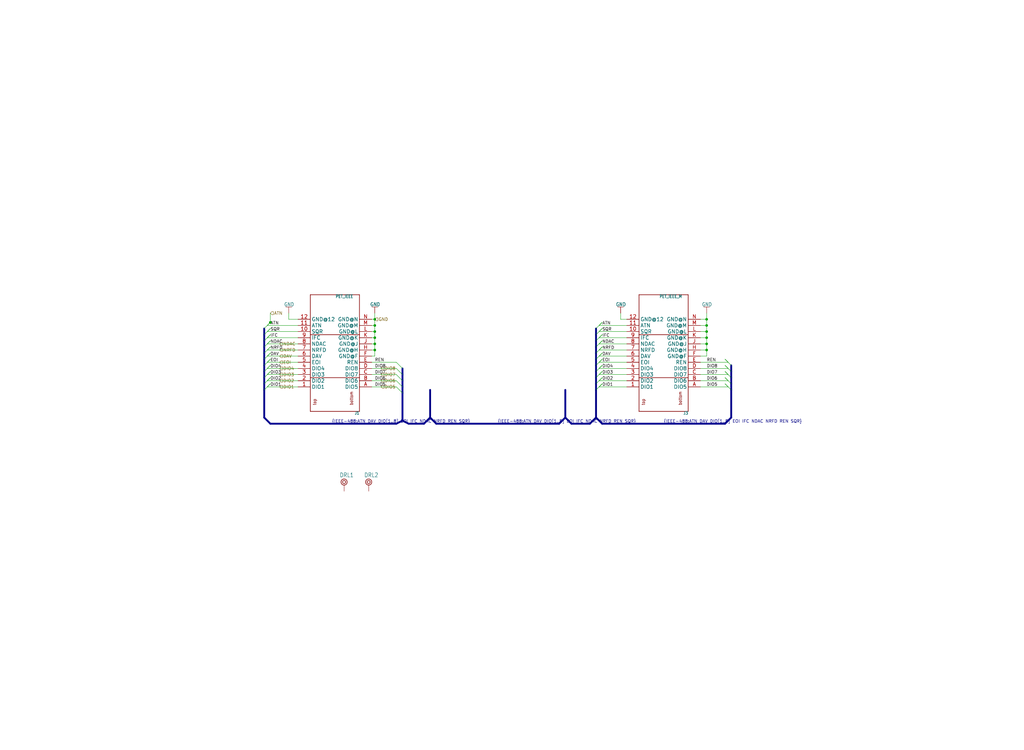
<source format=kicad_sch>
(kicad_sch (version 20250114) (generator "eeschema") (generator_version "9.0")
  (paper "User" 423.291 310.134)
  (lib_symbols
    (symbol "Library:BOHR3,5"
      (property "Reference" "DRL" (at -1.905 1.905 0))
      (symbol "BOHR3,5_1_0"
        (circle (center 0 0) (radius 0.635) (stroke (width 0.254)))
        (circle (center 0 0) (radius 1.27) (stroke (width 0.254)))
        (pin passive line (at 0 -3.81 90) (length 2.54) (name "P$1") (number "P$1"))
      )
    )
    (symbol "Library:GND" (power)
      (symbol "GND_1_0"
        (polyline (pts (xy -1.27 0) (xy 1.27 0)) (stroke (width 0.1524)))
        (pin power_in line (at 0 2.54 270) (length 2.54) (name "GND") (number "1"))
      )
    )
    (symbol "Library:PET_IEEE"
      (property "Reference" "J" (at -22.86 -10.16 90))
      (symbol "PET_IEEE_1_0"
        (polyline (pts (xy -22.86 10.16) (xy -8.89 10.16)) (stroke (width 0.254)))
        (polyline (pts (xy -22.86 -10.16) (xy -22.86 10.16)) (stroke (width 0.254)))
        (polyline (pts (xy -8.89 10.16) (xy -8.89 -10.16)) (stroke (width 0.254)))
        (polyline (pts (xy -8.89 10.16) (xy 8.89 10.16)) (stroke (width 0.254)))
        (polyline (pts (xy -8.89 -10.16) (xy -22.86 -10.16)) (stroke (width 0.254)))
        (polyline (pts (xy 8.89 10.16) (xy 8.89 -10.16)) (stroke (width 0.254)))
        (polyline (pts (xy 8.89 10.16) (xy 25.4 10.16)) (stroke (width 0.254)))
        (polyline (pts (xy 8.89 -10.16) (xy -8.89 -10.16)) (stroke (width 0.254)))
        (polyline (pts (xy 25.4 10.16) (xy 25.4 -10.16)) (stroke (width 0.254)))
        (polyline (pts (xy 25.4 -10.16) (xy 8.89 -10.16)) (stroke (width 0.254)))
        (text "top" (at -20.32 7.62 0) (effects (font (size 1.27 1.0795)) (justify left bottom)))
        (text "bottom" (at -20.32 -7.62 0) (effects (font (size 1.27 1.0795)) (justify left bottom)))
        (pin bidirectional line (at -12.7 15.24 270) (length 5.08) (name "DIO1") (number "1"))
        (pin bidirectional line (at -12.7 -15.24 90) (length 5.08) (name "DIO5") (number "A"))
        (pin bidirectional line (at -10.16 15.24 270) (length 5.08) (name "DIO2") (number "2"))
        (pin bidirectional line (at -10.16 -15.24 90) (length 5.08) (name "DIO6") (number "B"))
        (pin bidirectional line (at -7.62 15.24 270) (length 5.08) (name "DIO3") (number "3"))
        (pin bidirectional line (at -7.62 -15.24 90) (length 5.08) (name "DIO7") (number "C"))
        (pin bidirectional line (at -5.08 15.24 270) (length 5.08) (name "DIO4") (number "4"))
        (pin bidirectional line (at -5.08 -15.24 90) (length 5.08) (name "DIO8") (number "D"))
        (pin input line (at -2.54 15.24 270) (length 5.08) (name "EOI") (number "5"))
        (pin bidirectional line (at -2.54 -15.24 90) (length 5.08) (name "REN") (number "E"))
        (pin bidirectional line (at 0 15.24 270) (length 5.08) (name "DAV") (number "6"))
        (pin power_in line (at 0 -15.24 90) (length 5.08) (name "GND@F") (number "F"))
        (pin bidirectional line (at 2.54 15.24 270) (length 5.08) (name "NRFD") (number "7"))
        (pin power_in line (at 2.54 -15.24 90) (length 5.08) (name "GND@H") (number "H"))
        (pin bidirectional line (at 5.08 15.24 270) (length 5.08) (name "NDAC") (number "8"))
        (pin power_in line (at 5.08 -15.24 90) (length 5.08) (name "GND@J") (number "J"))
        (pin bidirectional line (at 7.62 15.24 270) (length 5.08) (name "IFC") (number "9"))
        (pin power_in line (at 7.62 -15.24 90) (length 5.08) (name "GND@K") (number "K"))
        (pin bidirectional line (at 10.16 15.24 270) (length 5.08) (name "SQR") (number "10"))
        (pin power_in line (at 10.16 -15.24 90) (length 5.08) (name "GND@L") (number "L"))
        (pin output line (at 12.7 15.24 270) (length 5.08) (name "ATN") (number "11"))
        (pin power_in line (at 12.7 -15.24 90) (length 5.08) (name "GND@M") (number "M"))
        (pin power_in line (at 15.24 15.24 270) (length 5.08) (name "GND@12") (number "12"))
        (pin power_in line (at 15.24 -15.24 90) (length 5.08) (name "GND@N") (number "N"))
      )
    )
    (symbol "Library:PET_IEEE_M"
      (property "Reference" "J" (at -22.86 -10.16 90))
      (symbol "PET_IEEE_M_1_0"
        (polyline (pts (xy -22.86 10.16) (xy -8.89 10.16)) (stroke (width 0.254)))
        (polyline (pts (xy -22.86 -10.16) (xy -22.86 10.16)) (stroke (width 0.254)))
        (polyline (pts (xy -8.89 10.16) (xy -8.89 -10.16)) (stroke (width 0.254)))
        (polyline (pts (xy -8.89 10.16) (xy 8.89 10.16)) (stroke (width 0.254)))
        (polyline (pts (xy -8.89 -10.16) (xy -22.86 -10.16)) (stroke (width 0.254)))
        (polyline (pts (xy 8.89 10.16) (xy 8.89 -10.16)) (stroke (width 0.254)))
        (polyline (pts (xy 8.89 10.16) (xy 25.4 10.16)) (stroke (width 0.254)))
        (polyline (pts (xy 8.89 -10.16) (xy -8.89 -10.16)) (stroke (width 0.254)))
        (polyline (pts (xy 25.4 10.16) (xy 25.4 -10.16)) (stroke (width 0.254)))
        (polyline (pts (xy 25.4 -10.16) (xy 8.89 -10.16)) (stroke (width 0.254)))
        (text "top" (at -20.32 7.62 0) (effects (font (size 1.27 1.0795)) (justify left bottom)))
        (text "bottom" (at -20.32 -7.62 0) (effects (font (size 1.27 1.0795)) (justify left bottom)))
        (pin bidirectional line (at -12.7 15.24 270) (length 5.08) (name "DIO1") (number "1"))
        (pin bidirectional line (at -12.7 -15.24 90) (length 5.08) (name "DIO5") (number "A"))
        (pin bidirectional line (at -10.16 15.24 270) (length 5.08) (name "DIO2") (number "2"))
        (pin bidirectional line (at -10.16 -15.24 90) (length 5.08) (name "DIO6") (number "B"))
        (pin bidirectional line (at -7.62 15.24 270) (length 5.08) (name "DIO3") (number "3"))
        (pin bidirectional line (at -7.62 -15.24 90) (length 5.08) (name "DIO7") (number "C"))
        (pin bidirectional line (at -5.08 15.24 270) (length 5.08) (name "DIO4") (number "4"))
        (pin bidirectional line (at -5.08 -15.24 90) (length 5.08) (name "DIO8") (number "D"))
        (pin input line (at -2.54 15.24 270) (length 5.08) (name "EOI") (number "5"))
        (pin bidirectional line (at -2.54 -15.24 90) (length 5.08) (name "REN") (number "E"))
        (pin bidirectional line (at 0 15.24 270) (length 5.08) (name "DAV") (number "6"))
        (pin power_in line (at 0 -15.24 90) (length 5.08) (name "GND@F") (number "F"))
        (pin bidirectional line (at 2.54 15.24 270) (length 5.08) (name "NRFD") (number "7"))
        (pin power_in line (at 2.54 -15.24 90) (length 5.08) (name "GND@H") (number "H"))
        (pin bidirectional line (at 5.08 15.24 270) (length 5.08) (name "NDAC") (number "8"))
        (pin power_in line (at 5.08 -15.24 90) (length 5.08) (name "GND@J") (number "J"))
        (pin bidirectional line (at 7.62 15.24 270) (length 5.08) (name "IFC") (number "9"))
        (pin power_in line (at 7.62 -15.24 90) (length 5.08) (name "GND@K") (number "K"))
        (pin bidirectional line (at 10.16 15.24 270) (length 5.08) (name "SQR") (number "10"))
        (pin power_in line (at 10.16 -15.24 90) (length 5.08) (name "GND@L") (number "L"))
        (pin output line (at 12.7 15.24 270) (length 5.08) (name "ATN") (number "11"))
        (pin power_in line (at 12.7 -15.24 90) (length 5.08) (name "GND@M") (number "M"))
        (pin power_in line (at 15.24 15.24 270) (length 5.08) (name "GND@12") (number "12"))
        (pin power_in line (at 15.24 -15.24 90) (length 5.08) (name "GND@N") (number "N"))
      )
    )
  )
  (junction (at 154.94 139.7))
  (junction (at 154.94 144.78))
  (junction (at 154.94 137.16))
  (junction (at 154.94 132.08))
  (junction (at 292.1 144.78))
  (junction (at 292.1 132.08))
  (junction (at 292.1 137.16))
  (junction (at 166.37 173.99))
  (junction (at 154.94 134.62))
  (junction (at 154.94 142.24))
  (junction (at 292.1 139.7))
  (junction (at 292.1 134.62))
  (junction (at 292.1 142.24))
  (junction (at 111.76 133.35))
  (bus_entry (at 111.76 153.67) (size -2.54 2.54))
  (bus_entry (at 248.92 133.35) (size -2.54 2.54))
  (bus_entry (at 248.92 158.75) (size -2.54 2.54))
  (bus_entry (at 248.92 138.43) (size -2.54 2.54))
  (bus_entry (at 248.92 148.59) (size -2.54 2.54))
  (bus_entry (at 111.76 151.13) (size -2.54 2.54))
  (bus_entry (at 111.76 158.75) (size -2.54 2.54))
  (bus_entry (at 111.76 140.97) (size -2.54 2.54))
  (bus_entry (at 163.83 160.02) (size 2.54 2.54))
  (bus_entry (at 248.92 151.13) (size -2.54 2.54))
  (bus_entry (at 299.72 158.75) (size 2.54 2.54))
  (bus_entry (at 248.92 153.67) (size -2.54 2.54))
  (bus_entry (at 111.76 138.43) (size -2.54 2.54))
  (bus_entry (at 111.76 135.89) (size -2.54 2.54))
  (bus_entry (at 163.83 154.94) (size 2.54 2.54))
  (bus_entry (at 111.76 146.05) (size -2.54 2.54))
  (bus_entry (at 248.92 140.97) (size -2.54 2.54))
  (bus_entry (at 299.72 156.21) (size 2.54 2.54))
  (bus_entry (at 111.76 156.21) (size -2.54 2.54))
  (bus_entry (at 248.92 143.51) (size -2.54 2.54))
  (bus_entry (at 299.72 148.59) (size 2.54 2.54))
  (bus_entry (at 163.83 152.4) (size 2.54 2.54))
  (bus_entry (at 248.92 135.89) (size -2.54 2.54))
  (bus_entry (at 299.72 153.67) (size 2.54 2.54))
  (bus_entry (at 111.76 133.35) (size -2.54 2.54))
  (bus_entry (at 111.76 143.51) (size -2.54 2.54))
  (bus_entry (at 163.83 157.48) (size 2.54 2.54))
  (bus_entry (at 163.83 149.86) (size 2.54 2.54))
  (bus_entry (at 248.92 156.21) (size -2.54 2.54))
  (bus_entry (at 248.92 146.05) (size -2.54 2.54))
  (bus_entry (at 111.76 148.59) (size -2.54 2.54))
  (bus_entry (at 299.72 151.13) (size 2.54 2.54))
  (wire (pts (xy 289.56 134.62) (xy 292.1 134.62)) (stroke (width 0.1524)))
  (wire (pts (xy 292.1 147.32) (xy 292.1 144.78)) (stroke (width 0.1524)))
  (wire (pts (xy 154.94 144.78) (xy 154.94 142.24)) (stroke (width 0.1524)))
  (wire (pts (xy 292.1 144.78) (xy 292.1 142.24)) (stroke (width 0.1524)))
  (wire (pts (xy 299.72 153.67) (xy 300.99 154.94)) (stroke (width 0.1524)))
  (wire (pts (xy 247.65 147.32) (xy 259.08 147.32)) (stroke (width 0.1524)))
  (wire (pts (xy 289.56 147.32) (xy 292.1 147.32)) (stroke (width 0.1524)))
  (bus (pts (xy 302.26 161.29) (xy 302.26 158.75)) (stroke (width 0.762)))
  (wire (pts (xy 300.99 154.94) (xy 289.56 154.94)) (stroke (width 0.1524)))
  (bus (pts (xy 177.8 172.72) (xy 180.34 175.26)) (stroke (width 0.762)))
  (wire (pts (xy 248.92 138.43) (xy 247.65 139.7)) (stroke (width 0.1524)))
  (wire (pts (xy 110.49 142.24) (xy 123.19 142.24)) (stroke (width 0.1524)))
  (wire (pts (xy 289.56 139.7) (xy 292.1 139.7)) (stroke (width 0.1524)))
  (bus (pts (xy 246.38 161.29) (xy 246.38 172.72)) (stroke (width 0.762)))
  (wire (pts (xy 292.1 137.16) (xy 292.1 134.62)) (stroke (width 0.1524)))
  (bus (pts (xy 109.22 148.59) (xy 109.22 151.13)) (stroke (width 0.762)))
  (wire (pts (xy 289.56 132.08) (xy 292.1 132.08)) (stroke (width 0.1524)))
  (wire (pts (xy 289.56 142.24) (xy 292.1 142.24)) (stroke (width 0.1524)))
  (bus (pts (xy 109.22 135.89) (xy 109.22 138.43)) (stroke (width 0.762)))
  (bus (pts (xy 248.92 175.26) (xy 299.72 175.26)) (stroke (width 0.762)))
  (bus (pts (xy 168.91 175.26) (xy 175.26 175.26)) (stroke (width 0.762)))
  (bus (pts (xy 109.22 153.67) (xy 109.22 156.21)) (stroke (width 0.762)))
  (bus (pts (xy 109.22 156.21) (xy 109.22 158.75)) (stroke (width 0.762)))
  (wire (pts (xy 154.94 139.7) (xy 154.94 137.16)) (stroke (width 0.1524)))
  (bus (pts (xy 246.38 172.72) (xy 248.92 175.26)) (stroke (width 0.762)))
  (wire (pts (xy 259.08 132.08) (xy 256.54 132.08)) (stroke (width 0.1524)))
  (wire (pts (xy 153.67 160.02) (xy 163.83 160.02)))
  (wire (pts (xy 111.76 148.59) (xy 110.49 149.86)) (stroke (width 0.1524)))
  (bus (pts (xy 109.22 161.29) (xy 109.22 172.72)) (stroke (width 0.762)))
  (wire (pts (xy 248.92 140.97) (xy 247.65 142.24)) (stroke (width 0.1524)))
  (wire (pts (xy 110.49 137.16) (xy 123.19 137.16)) (stroke (width 0.1524)))
  (bus (pts (xy 166.37 173.99) (xy 168.91 175.26)) (stroke (width 0.762)))
  (wire (pts (xy 154.94 134.62) (xy 154.94 132.08)) (stroke (width 0.1524)))
  (bus (pts (xy 231.14 175.26) (xy 233.68 172.72)) (stroke (width 0.762)))
  (bus (pts (xy 166.37 162.56) (xy 166.37 160.02)) (stroke (width 0.762)))
  (wire (pts (xy 248.92 146.05) (xy 247.65 147.32)) (stroke (width 0.1524)))
  (wire (pts (xy 153.67 157.48) (xy 163.83 157.48)))
  (bus (pts (xy 177.8 161.29) (xy 177.8 172.72)) (stroke (width 0.762)))
  (bus (pts (xy 236.22 175.26) (xy 243.84 175.26)) (stroke (width 0.762)))
  (wire (pts (xy 300.99 149.86) (xy 289.56 149.86)) (stroke (width 0.1524)))
  (wire (pts (xy 248.92 151.13) (xy 247.65 152.4)) (stroke (width 0.1524)))
  (bus (pts (xy 233.68 172.72) (xy 233.68 161.29)) (stroke (width 0.762)))
  (bus (pts (xy 233.68 172.72) (xy 236.22 175.26)) (stroke (width 0.762)))
  (wire (pts (xy 111.76 129.54) (xy 111.76 133.35)))
  (wire (pts (xy 111.76 153.67) (xy 110.49 154.94)) (stroke (width 0.1524)))
  (wire (pts (xy 111.76 140.97) (xy 110.49 142.24)) (stroke (width 0.1524)))
  (bus (pts (xy 175.26 175.26) (xy 177.8 172.72)) (stroke (width 0.762)))
  (wire (pts (xy 248.92 148.59) (xy 247.65 149.86)) (stroke (width 0.1524)))
  (wire (pts (xy 153.67 132.08) (xy 154.94 132.08)) (stroke (width 0.1524)))
  (wire (pts (xy 248.92 135.89) (xy 247.65 137.16)) (stroke (width 0.1524)))
  (wire (pts (xy 299.72 156.21) (xy 300.99 157.48)) (stroke (width 0.1524)))
  (wire (pts (xy 110.49 147.32) (xy 123.19 147.32)) (stroke (width 0.1524)))
  (wire (pts (xy 153.67 134.62) (xy 154.94 134.62)) (stroke (width 0.1524)))
  (wire (pts (xy 247.65 154.94) (xy 259.08 154.94)) (stroke (width 0.1524)))
  (wire (pts (xy 111.76 158.75) (xy 110.49 160.02)) (stroke (width 0.1524)))
  (wire (pts (xy 110.49 152.4) (xy 123.19 152.4)) (stroke (width 0.1524)))
  (wire (pts (xy 248.92 133.35) (xy 247.65 134.62)) (stroke (width 0.1524)))
  (bus (pts (xy 109.22 143.51) (xy 109.22 146.05)) (stroke (width 0.762)))
  (wire (pts (xy 110.49 144.78) (xy 123.19 144.78)) (stroke (width 0.1524)))
  (bus (pts (xy 109.22 172.72) (xy 111.76 175.26)) (stroke (width 0.762)))
  (wire (pts (xy 111.76 135.89) (xy 110.49 137.16)) (stroke (width 0.1524)))
  (wire (pts (xy 154.94 132.08) (xy 154.94 129.54)) (stroke (width 0.1524)))
  (wire (pts (xy 247.65 157.48) (xy 259.08 157.48)) (stroke (width 0.1524)))
  (wire (pts (xy 154.94 137.16) (xy 154.94 134.62)) (stroke (width 0.1524)))
  (wire (pts (xy 110.49 139.7) (xy 123.19 139.7)) (stroke (width 0.1524)))
  (bus (pts (xy 246.38 156.21) (xy 246.38 158.75)) (stroke (width 0.762)))
  (bus (pts (xy 111.76 175.26) (xy 163.83 175.26)) (stroke (width 0.762)))
  (wire (pts (xy 256.54 132.08) (xy 256.54 129.54)) (stroke (width 0.1524)))
  (wire (pts (xy 110.49 134.62) (xy 111.76 134.62)) (stroke (width 0.1524)))
  (bus (pts (xy 246.38 140.97) (xy 246.38 143.51)) (stroke (width 0.762)))
  (wire (pts (xy 289.56 137.16) (xy 292.1 137.16)) (stroke (width 0.1524)))
  (bus (pts (xy 166.37 173.99) (xy 166.37 162.56)) (stroke (width 0.762)))
  (wire (pts (xy 299.72 158.75) (xy 300.99 160.02)) (stroke (width 0.1524)))
  (wire (pts (xy 247.65 134.62) (xy 259.08 134.62)) (stroke (width 0.1524)))
  (bus (pts (xy 166.37 157.48) (xy 166.37 154.94)) (stroke (width 0.762)))
  (wire (pts (xy 300.99 157.48) (xy 289.56 157.48)) (stroke (width 0.1524)))
  (wire (pts (xy 289.56 144.78) (xy 292.1 144.78)) (stroke (width 0.1524)))
  (wire (pts (xy 248.92 156.21) (xy 247.65 157.48)) (stroke (width 0.1524)))
  (bus (pts (xy 246.38 146.05) (xy 246.38 148.59)) (stroke (width 0.762)))
  (wire (pts (xy 300.99 152.4) (xy 289.56 152.4)) (stroke (width 0.1524)))
  (wire (pts (xy 292.1 139.7) (xy 292.1 137.16)) (stroke (width 0.1524)))
  (bus (pts (xy 302.26 158.75) (xy 302.26 156.21)) (stroke (width 0.762)))
  (wire (pts (xy 153.67 152.4) (xy 163.83 152.4)))
  (bus (pts (xy 166.37 160.02) (xy 166.37 157.48)) (stroke (width 0.762)))
  (wire (pts (xy 111.76 143.51) (xy 110.49 144.78)) (stroke (width 0.1524)))
  (bus (pts (xy 180.34 175.26) (xy 231.14 175.26)) (stroke (width 0.762)))
  (wire (pts (xy 299.72 148.59) (xy 300.99 149.86)) (stroke (width 0.1524)))
  (bus (pts (xy 109.22 138.43) (xy 109.22 140.97)) (stroke (width 0.762)))
  (wire (pts (xy 119.38 132.08) (xy 119.38 129.54)) (stroke (width 0.1524)))
  (bus (pts (xy 302.26 172.72) (xy 302.26 161.29)) (stroke (width 0.762)))
  (bus (pts (xy 243.84 175.26) (xy 246.38 172.72)) (stroke (width 0.762)))
  (wire (pts (xy 153.67 139.7) (xy 154.94 139.7)) (stroke (width 0.1524)))
  (wire (pts (xy 247.65 152.4) (xy 259.08 152.4)) (stroke (width 0.1524)))
  (bus (pts (xy 299.72 175.26) (xy 302.26 172.72)) (stroke (width 0.762)))
  (wire (pts (xy 247.65 149.86) (xy 259.08 149.86)) (stroke (width 0.1524)))
  (wire (pts (xy 163.83 149.86) (xy 153.67 149.86)) (stroke (width 0.1524)))
  (wire (pts (xy 247.65 137.16) (xy 259.08 137.16)) (stroke (width 0.1524)))
  (wire (pts (xy 111.76 138.43) (xy 110.49 139.7)) (stroke (width 0.1524)))
  (wire (pts (xy 248.92 143.51) (xy 247.65 144.78)) (stroke (width 0.1524)))
  (bus (pts (xy 302.26 153.67) (xy 302.26 151.13)) (stroke (width 0.762)))
  (wire (pts (xy 110.49 149.86) (xy 123.19 149.86)) (stroke (width 0.1524)))
  (wire (pts (xy 300.99 160.02) (xy 289.56 160.02)) (stroke (width 0.1524)))
  (wire (pts (xy 153.67 144.78) (xy 154.94 144.78)) (stroke (width 0.1524)))
  (wire (pts (xy 292.1 134.62) (xy 292.1 132.08)) (stroke (width 0.1524)))
  (wire (pts (xy 111.76 151.13) (xy 110.49 152.4)) (stroke (width 0.1524)))
  (bus (pts (xy 246.38 151.13) (xy 246.38 153.67)) (stroke (width 0.762)))
  (wire (pts (xy 247.65 160.02) (xy 259.08 160.02)) (stroke (width 0.1524)))
  (wire (pts (xy 110.49 154.94) (xy 123.19 154.94)) (stroke (width 0.1524)))
  (wire (pts (xy 153.67 137.16) (xy 154.94 137.16)) (stroke (width 0.1524)))
  (wire (pts (xy 292.1 142.24) (xy 292.1 139.7)) (stroke (width 0.1524)))
  (bus (pts (xy 246.38 153.67) (xy 246.38 156.21)) (stroke (width 0.762)))
  (bus (pts (xy 246.38 138.43) (xy 246.38 140.97)) (stroke (width 0.762)))
  (wire (pts (xy 153.67 147.32) (xy 154.94 147.32)) (stroke (width 0.1524)))
  (bus (pts (xy 163.83 175.26) (xy 166.37 173.99)) (stroke (width 0.762)))
  (bus (pts (xy 109.22 140.97) (xy 109.22 143.51)) (stroke (width 0.762)))
  (wire (pts (xy 154.94 142.24) (xy 154.94 139.7)) (stroke (width 0.1524)))
  (wire (pts (xy 247.65 142.24) (xy 259.08 142.24)) (stroke (width 0.1524)))
  (wire (pts (xy 111.76 156.21) (xy 110.49 157.48)) (stroke (width 0.1524)))
  (wire (pts (xy 123.19 132.08) (xy 119.38 132.08)) (stroke (width 0.1524)))
  (wire (pts (xy 247.65 144.78) (xy 259.08 144.78)) (stroke (width 0.1524)))
  (bus (pts (xy 246.38 148.59) (xy 246.38 151.13)) (stroke (width 0.762)))
  (bus (pts (xy 246.38 143.51) (xy 246.38 146.05)) (stroke (width 0.762)))
  (bus (pts (xy 109.22 146.05) (xy 109.22 148.59)) (stroke (width 0.762)))
  (bus (pts (xy 246.38 135.89) (xy 246.38 138.43)) (stroke (width 0.762)))
  (bus (pts (xy 246.38 158.75) (xy 246.38 161.29)) (stroke (width 0.762)))
  (wire (pts (xy 110.49 160.02) (xy 123.19 160.02)) (stroke (width 0.1524)))
  (wire (pts (xy 248.92 153.67) (xy 247.65 154.94)) (stroke (width 0.1524)))
  (bus (pts (xy 109.22 151.13) (xy 109.22 153.67)) (stroke (width 0.762)))
  (wire (pts (xy 153.67 142.24) (xy 154.94 142.24)) (stroke (width 0.1524)))
  (wire (pts (xy 154.94 147.32) (xy 154.94 144.78)) (stroke (width 0.1524)))
  (wire (pts (xy 299.72 151.13) (xy 300.99 152.4)) (stroke (width 0.1524)))
  (wire (pts (xy 111.76 133.35) (xy 110.49 134.62)) (stroke (width 0.1524)))
  (bus (pts (xy 302.26 156.21) (xy 302.26 153.67)) (stroke (width 0.762)))
  (bus (pts (xy 166.37 154.94) (xy 166.37 152.4)) (stroke (width 0.762)))
  (wire (pts (xy 292.1 132.08) (xy 292.1 129.54)) (stroke (width 0.1524)))
  (wire (pts (xy 247.65 139.7) (xy 259.08 139.7)) (stroke (width 0.1524)))
  (wire (pts (xy 111.76 134.62) (xy 123.19 134.62)))
  (wire (pts (xy 111.76 146.05) (xy 110.49 147.32)) (stroke (width 0.1524)))
  (wire (pts (xy 248.92 158.75) (xy 247.65 160.02)) (stroke (width 0.1524)))
  (wire (pts (xy 110.49 157.48) (xy 123.19 157.48)) (stroke (width 0.1524)))
  (bus (pts (xy 109.22 158.75) (xy 109.22 161.29)) (stroke (width 0.762)))
  (wire (pts (xy 153.67 154.94) (xy 163.83 154.94)))
  (label "NDAC" (at 248.92 142.24 0) (effects (font (size 1.2446 1.2446))))
  (label "DIO3" (at 111.76 154.94 0) (effects (font (size 1.2446 1.2446))))
  (label "DIO4" (at 248.92 152.4 0) (effects (font (size 1.2446 1.2446))))
  (label "DIO2" (at 248.92 157.48 0) (effects (font (size 1.2446 1.2446))))
  (label "ATN" (at 248.92 134.62 0) (effects (font (size 1.2446 1.2446))))
  (label "ATN" (at 111.76 134.62 0) (effects (font (size 1.2446 1.2446))))
  (label "{IEEE-488:ATN DAV DIO[1..8] EOI IFC NDAC NRFD REN SQR}" (at 274.32 175.26 0) (effects (font (size 1.2446 1.2446))))
  (label "DIO1" (at 111.76 160.02 0) (effects (font (size 1.2446 1.2446))))
  (label "DIO2" (at 111.76 157.48 0) (effects (font (size 1.2446 1.2446))))
  (label "NRFD" (at 248.92 144.78 0) (effects (font (size 1.2446 1.2446))))
  (label "IFC" (at 248.92 139.7 0) (effects (font (size 1.2446 1.2446))))
  (label "SQR" (at 248.92 137.16 0) (effects (font (size 1.2446 1.2446))))
  (label "DIO5" (at 154.94 160.02 0) (effects (font (size 1.2446 1.2446))))
  (label "NDAC" (at 111.76 142.24 0) (effects (font (size 1.2446 1.2446))))
  (label "DIO5" (at 292.1 160.02 0) (effects (font (size 1.2446 1.2446))))
  (label "DIO6" (at 292.1 157.48 0) (effects (font (size 1.2446 1.2446))))
  (label "{IEEE-488:ATN DAV DIO[1..8] EOI IFC NDAC NRFD REN SQR}" (at 205.74 175.26 0) (effects (font (size 1.2446 1.2446))))
  (label "DAV" (at 111.76 147.32 0) (effects (font (size 1.2446 1.2446))))
  (label "DIO1" (at 248.92 160.02 0) (effects (font (size 1.2446 1.2446))))
  (label "DIO8" (at 292.1 152.4 0) (effects (font (size 1.2446 1.2446))))
  (label "REN" (at 292.1 149.86 0) (effects (font (size 1.2446 1.2446))))
  (label "DIO6" (at 154.94 157.48 0) (effects (font (size 1.2446 1.2446))))
  (label "EOI" (at 248.92 149.86 0) (effects (font (size 1.2446 1.2446))))
  (label "{IEEE-488:ATN DAV DIO[1..8] EOI IFC NDAC NRFD REN SQR}" (at 137.16 175.26 0) (effects (font (size 1.2446 1.2446))))
  (label "DIO4" (at 111.76 152.4 0) (effects (font (size 1.2446 1.2446))))
  (label "REN" (at 154.94 149.86 0) (effects (font (size 1.2446 1.2446))))
  (label "IFC" (at 111.76 139.7 0) (effects (font (size 1.2446 1.2446))))
  (label "EOI" (at 111.76 149.86 0) (effects (font (size 1.2446 1.2446))))
  (label "DIO3" (at 248.92 154.94 0) (effects (font (size 1.2446 1.2446))))
  (label "DAV" (at 248.92 147.32 0) (effects (font (size 1.2446 1.2446))))
  (label "SQR" (at 111.76 137.16 0) (effects (font (size 1.2446 1.2446))))
  (label "DIO7" (at 292.1 154.94 0) (effects (font (size 1.2446 1.2446))))
  (label "DIO8" (at 154.94 152.4 0) (effects (font (size 1.2446 1.2446))))
  (label "NRFD" (at 111.76 144.78 0) (effects (font (size 1.2446 1.2446))))
  (label "DIO7" (at 154.94 154.94 0) (effects (font (size 1.2446 1.2446))))
  (hierarchical_label "DIO1" (shape input) (at 115.57 160.02 0))
  (hierarchical_label "DIO4" (shape input) (at 115.57 152.4 0))
  (hierarchical_label "DIO6" (shape input) (at 157.48 157.48 0))
  (hierarchical_label "DIO7" (shape input) (at 157.48 154.94 0))
  (hierarchical_label "DIO2" (shape input) (at 115.57 157.48 0))
  (hierarchical_label "DIO3" (shape input) (at 115.57 154.94 0))
  (hierarchical_label "DIO8" (shape input) (at 157.48 152.4 0))
  (hierarchical_label "DIO5" (shape input) (at 157.48 160.02 0))
  (hierarchical_label "NRFD" (shape input) (at 115.57 144.78 0))
  (hierarchical_label "ATN" (shape input) (at 111.76 129.54 0))
  (hierarchical_label "GND" (shape input) (at 154.94 132.08 0))
  (hierarchical_label "NDAC" (shape input) (at 115.57 142.24 0))
  (hierarchical_label "EOI" (shape input) (at 115.57 149.86 0))
  (hierarchical_label "DAV" (shape input) (at 115.57 147.32 0))
  (symbol (lib_id "Library:GND") (at 292.1 127 180) (unit 1)
    (property "Reference" "#U$5" (effects (hide yes)))
    (property "Value" "GND" (at 294.3225 125.095 0) (effects (font (size 1.524 1.2954)) (justify left bottom)))
  )
  (symbol (lib_id "Library:GND") (at 154.94 127 180) (unit 1)
    (property "Reference" "#U$3" (effects (hide yes)))
    (property "Value" "GND" (at 157.1625 125.095 0) (effects (font (size 1.524 1.2954)) (justify left bottom)))
  )
  (symbol (lib_id "Library:GND") (at 256.54 127 180) (unit 1)
    (property "Reference" "#U$4" (effects (hide yes)))
    (property "Value" "GND" (at 258.7625 125.095 0) (effects (font (size 1.524 1.2954)) (justify left bottom)))
  )
  (symbol (lib_id "Library:PET_IEEE_M") (at 274.32 147.32 90) (unit 1)
    (property "Reference" "J3" (at 284.48 170.18 90) (effects (font (size 1.27 1.0795)) (justify left bottom)))
    (property "Value" "PET_IEEE_M" (at 281.94 121.92 90) (effects (font (size 1.27 1.0795)) (justify left bottom)))
    (property "Footprint" "Library:PET_IEEE_M" (effects (hide yes)))
  )
  (symbol (lib_id "Library:BOHR3,5") (at 152.4 199.39 0) (unit 1)
    (property "Reference" "DRL2" (at 150.495 197.485 0) (effects (font (size 1.778 1.5113)) (justify left bottom)))
    (property "Value" "BOHR3,5" (effects (hide yes)))
    (property "Footprint" "Library:BOHR3,5" (effects (hide yes)))
  )
  (symbol (lib_id "Library:GND") (at 119.38 127 180) (unit 1)
    (property "Reference" "#U$2" (effects (hide yes)))
    (property "Value" "GND" (at 121.6025 125.095 0) (effects (font (size 1.524 1.2954)) (justify left bottom)))
  )
  (symbol (lib_id "Library:PET_IEEE") (at 138.43 147.32 90) (unit 1)
    (property "Reference" "J1" (at 148.59 170.18 90) (effects (font (size 1.27 1.0795)) (justify left bottom)))
    (property "Value" "PET_IEEE" (at 146.05 121.92 90) (effects (font (size 1.27 1.0795)) (justify left bottom)))
    (property "Footprint" "Library:USERPORT" (effects (hide yes)))
  )
  (symbol (lib_id "Library:BOHR3,5") (at 142.24 199.39 0) (unit 1)
    (property "Reference" "DRL1" (at 140.335 197.485 0) (effects (font (size 1.778 1.5113)) (justify left bottom)))
    (property "Value" "BOHR3,5" (effects (hide yes)))
    (property "Footprint" "Library:BOHR3,5" (effects (hide yes)))
  )
)
</source>
